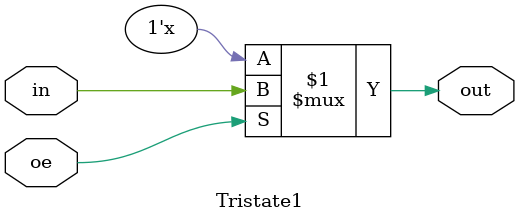
<source format=sv>
module MemBlock(out, in, clk, enable);
	input [7:0] in;
	input clk;
	input enable;
	output [7:0] out;
	
	wire [7:0] in;
	wire clk;
	wire enable;
	reg [7:0] out;
	
	wire [7:0] buffer;
	
	Register byte0(buffer, in, clk);
	
	Tristate1 t0(buffer[0], enable, out[0]);
	Tristate1 t1(buffer[1], enable, out[1]);
	Tristate1 t2(buffer[2], enable, out[2]);
	Tristate1 t3(buffer[3], enable, out[3]);
	Tristate1 t4(buffer[4], enable, out[4]);
	Tristate1 t5(buffer[5], enable, out[5]);
	Tristate1 t6(buffer[6], enable, out[6]);
	Tristate1 t7(buffer[7], enable, out[7]);
endmodule

module Register(out, in, clk);
	input [7:0] in;
	input clk;
	output [7:0] out;
	
	wire [7:0] in;
	wire clk;
	reg [7:0] out;

	reg rst=0;
	
	D_FlipFlop regb0(out[0], clk, in[0], rst);
	D_FlipFlop regb1(out[1], clk, in[1], rst);
	D_FlipFlop regb2(out[2], clk, in[2], rst);
	D_FlipFlop regb3(out[3], clk, in[3], rst);
	D_FlipFlop regb4(out[4], clk, in[4], rst);
	D_FlipFlop regb5(out[5], clk, in[5], rst);
	D_FlipFlop regb6(out[6], clk, in[6], rst);
	D_FlipFlop regb7(out[7], clk, in[7], rst);

endmodule

module D_FlipFlop (Q, clk, D, rst);
	input clk;
	input D;
	input rst;
	output Q;
	
	wire clk;
	wire D;
	wire rst;
	reg Q;
	
	always @(posedge clk or posedge rst)begin
		if(rst == 1) begin
		Q = 0;
		end
		else if(clk == 1) begin
		Q = D;
		end
	end
endmodule

module Tristate1 (in, oe, out);
    input   in, oe;
	 wire in, oe;
	 
    output  out;
    tri     out;

    bufif1  b1(out, in, oe);
endmodule

</source>
